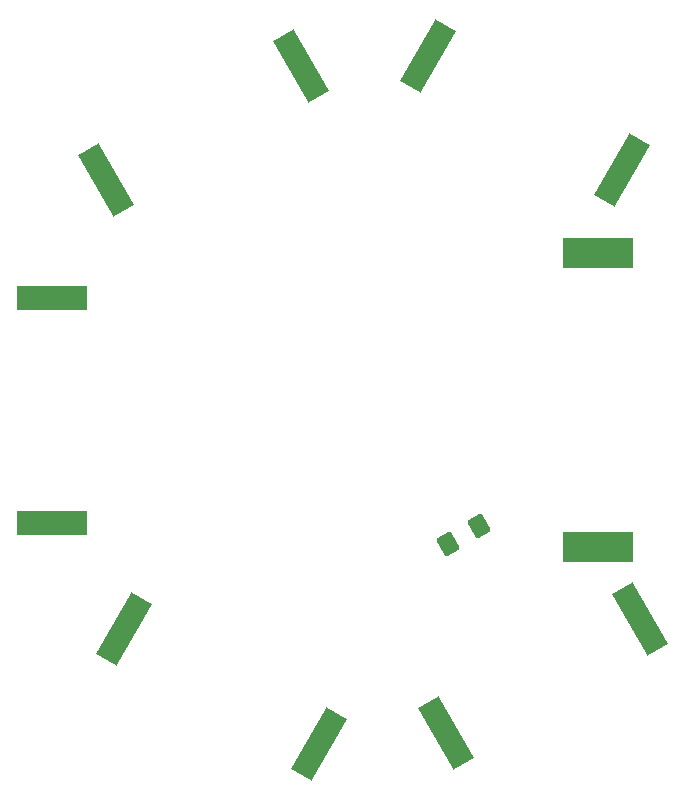
<source format=gbp>
G04 #@! TF.GenerationSoftware,KiCad,Pcbnew,7.0.9*
G04 #@! TF.CreationDate,2024-02-04T19:54:10+01:00*
G04 #@! TF.ProjectId,Toolbox,546f6f6c-626f-4782-9e6b-696361645f70,rev?*
G04 #@! TF.SameCoordinates,Original*
G04 #@! TF.FileFunction,Paste,Bot*
G04 #@! TF.FilePolarity,Positive*
%FSLAX46Y46*%
G04 Gerber Fmt 4.6, Leading zero omitted, Abs format (unit mm)*
G04 Created by KiCad (PCBNEW 7.0.9) date 2024-02-04 19:54:10*
%MOMM*%
%LPD*%
G01*
G04 APERTURE LIST*
G04 Aperture macros list*
%AMRoundRect*
0 Rectangle with rounded corners*
0 $1 Rounding radius*
0 $2 $3 $4 $5 $6 $7 $8 $9 X,Y pos of 4 corners*
0 Add a 4 corners polygon primitive as box body*
4,1,4,$2,$3,$4,$5,$6,$7,$8,$9,$2,$3,0*
0 Add four circle primitives for the rounded corners*
1,1,$1+$1,$2,$3*
1,1,$1+$1,$4,$5*
1,1,$1+$1,$6,$7*
1,1,$1+$1,$8,$9*
0 Add four rect primitives between the rounded corners*
20,1,$1+$1,$2,$3,$4,$5,0*
20,1,$1+$1,$4,$5,$6,$7,0*
20,1,$1+$1,$6,$7,$8,$9,0*
20,1,$1+$1,$8,$9,$2,$3,0*%
%AMRotRect*
0 Rectangle, with rotation*
0 The origin of the aperture is its center*
0 $1 length*
0 $2 width*
0 $3 Rotation angle, in degrees counterclockwise*
0 Add horizontal line*
21,1,$1,$2,0,0,$3*%
G04 Aperture macros list end*
%ADD10R,6.000000X2.000000*%
%ADD11R,6.000000X2.650000*%
%ADD12RotRect,2.000000X6.000000X30.000000*%
%ADD13RotRect,2.000000X6.000000X210.000000*%
%ADD14RotRect,2.000000X6.000000X330.000000*%
%ADD15RotRect,2.000000X6.000000X150.000000*%
%ADD16RoundRect,0.250001X-0.088036X-0.772515X0.713035X-0.310016X0.088036X0.772515X-0.713035X0.310016X0*%
G04 APERTURE END LIST*
D10*
X72790000Y-110400000D03*
D11*
X119050000Y-112450000D03*
X119050000Y-87550000D03*
D12*
X122598442Y-118573097D03*
D13*
X93881558Y-71766903D03*
D14*
X78908442Y-119443097D03*
D13*
X77401558Y-81426903D03*
D15*
X104611558Y-70896903D03*
X121091558Y-80556903D03*
D12*
X106118442Y-128233097D03*
D10*
X72790000Y-91340000D03*
D14*
X95388442Y-129103097D03*
D16*
X108908213Y-110686250D03*
X106331787Y-112173750D03*
M02*

</source>
